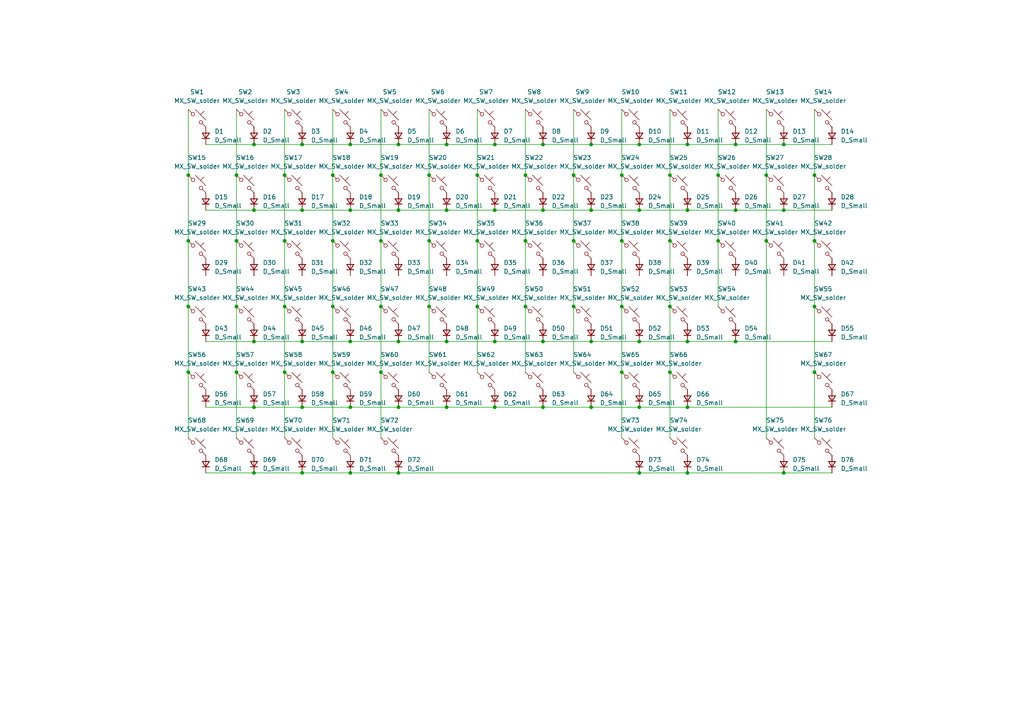
<source format=kicad_sch>
(kicad_sch (version 20211123) (generator eeschema)
  (paper "A4")
  (lib_symbols
    (symbol "Device:D_Small" (pin_numbers hide) (pin_names (offset 0.254) hide)
      (property "Reference" "D" (at -1.27 2.032 0))
      (property "Value" "D_Small" (at -3.81 -2.032 0))
      (symbol "D_Small_0_1"
        (polyline (pts (xy -0.762 -1.016) (xy -0.762 1.016)) (stroke (width 0.254)))
        (polyline (pts (xy -0.762 0) (xy 0.762 0)))
        (polyline (pts (xy 0.762 -1.016) (xy -0.762 0) (xy 0.762 1.016) (xy 0.762 -1.016)) (stroke (width 0.254)))
      )
      (symbol "D_Small_1_1"
        (pin passive line (at -2.54 0 0) (length 1.778) (name "K") (number "1"))
        (pin passive line (at 2.54 0 180) (length 1.778) (name "A") (number "2"))
      )
    )
    (symbol "marbastlib-mx:MX_SW_solder" (pin_numbers hide) (pin_names (offset 1.016) hide)
      (property "Reference" "SW" (at 3.048 1.016 0))
      (property "Value" "MX_SW_solder" (at 0 -3.81 0))
      (symbol "MX_SW_solder_0_1"
        (circle (center -1.1684 1.1684) (radius 0.508))
        (polyline (pts (xy -0.508 2.54) (xy 2.54 -0.508)))
        (polyline (pts (xy 1.016 1.016) (xy 2.032 2.032)))
        (polyline (pts (xy -2.54 2.54) (xy -1.524 1.524) (xy -1.524 1.524)))
        (polyline (pts (xy 1.524 -1.524) (xy 2.54 -2.54) (xy 2.54 -2.54) (xy 2.54 -2.54)))
        (circle (center 1.143 -1.1938) (radius 0.508))
        (pin passive line (at -2.54 2.54 0) (length 0) (name "1") (number "1"))
        (pin passive line (at 2.54 -2.54 180) (length 0) (name "2") (number "2"))
      )
    )
  )
  (junction (at 73.66 137.16))
  (junction (at 73.66 118.11))
  (junction (at 101.6 137.16))
  (junction (at 222.25 69.85))
  (junction (at 101.6 60.96))
  (junction (at 82.55 107.95))
  (junction (at 96.52 69.85))
  (junction (at 171.45 41.91))
  (junction (at 110.49 69.85))
  (junction (at 68.58 107.95))
  (junction (at 171.45 99.06))
  (junction (at 96.52 50.8))
  (junction (at 166.37 50.8))
  (junction (at 236.22 69.85))
  (junction (at 54.61 88.9))
  (junction (at 129.54 60.96))
  (junction (at 138.43 69.85))
  (junction (at 166.37 69.85))
  (junction (at 138.43 88.9))
  (junction (at 143.51 99.06))
  (junction (at 96.52 88.9))
  (junction (at 236.22 88.9))
  (junction (at 87.63 60.96))
  (junction (at 110.49 107.95))
  (junction (at 157.48 99.06))
  (junction (at 199.39 99.06))
  (junction (at 129.54 41.91))
  (junction (at 213.36 99.06))
  (junction (at 143.51 41.91))
  (junction (at 87.63 118.11))
  (junction (at 208.28 69.85))
  (junction (at 87.63 41.91))
  (junction (at 96.52 107.95))
  (junction (at 152.4 69.85))
  (junction (at 180.34 50.8))
  (junction (at 208.28 50.8))
  (junction (at 101.6 99.06))
  (junction (at 180.34 69.85))
  (junction (at 194.31 107.95))
  (junction (at 185.42 60.96))
  (junction (at 110.49 88.9))
  (junction (at 82.55 50.8))
  (junction (at 87.63 137.16))
  (junction (at 194.31 69.85))
  (junction (at 115.57 60.96))
  (junction (at 143.51 118.11))
  (junction (at 101.6 41.91))
  (junction (at 68.58 50.8))
  (junction (at 152.4 50.8))
  (junction (at 68.58 69.85))
  (junction (at 236.22 107.95))
  (junction (at 185.42 118.11))
  (junction (at 199.39 118.11))
  (junction (at 115.57 137.16))
  (junction (at 115.57 118.11))
  (junction (at 82.55 88.9))
  (junction (at 199.39 137.16))
  (junction (at 124.46 69.85))
  (junction (at 152.4 88.9))
  (junction (at 227.33 60.96))
  (junction (at 101.6 118.11))
  (junction (at 213.36 60.96))
  (junction (at 54.61 69.85))
  (junction (at 110.49 50.8))
  (junction (at 199.39 60.96))
  (junction (at 115.57 41.91))
  (junction (at 236.22 50.8))
  (junction (at 68.58 88.9))
  (junction (at 194.31 88.9))
  (junction (at 87.63 99.06))
  (junction (at 171.45 118.11))
  (junction (at 157.48 60.96))
  (junction (at 157.48 118.11))
  (junction (at 185.42 41.91))
  (junction (at 213.36 41.91))
  (junction (at 129.54 99.06))
  (junction (at 115.57 99.06))
  (junction (at 180.34 88.9))
  (junction (at 185.42 137.16))
  (junction (at 73.66 99.06))
  (junction (at 222.25 50.8))
  (junction (at 185.42 99.06))
  (junction (at 124.46 88.9))
  (junction (at 54.61 50.8))
  (junction (at 143.51 60.96))
  (junction (at 129.54 118.11))
  (junction (at 73.66 60.96))
  (junction (at 54.61 107.95))
  (junction (at 73.66 41.91))
  (junction (at 227.33 137.16))
  (junction (at 171.45 60.96))
  (junction (at 157.48 41.91))
  (junction (at 138.43 50.8))
  (junction (at 166.37 88.9))
  (junction (at 227.33 41.91))
  (junction (at 194.31 50.8))
  (junction (at 180.34 107.95))
  (junction (at 82.55 69.85))
  (junction (at 124.46 50.8))
  (junction (at 199.39 41.91))
  (wire (pts (xy 59.69 137.16) (xy 73.66 137.16)))
  (wire (pts (xy 143.51 60.96) (xy 157.48 60.96)))
  (wire (pts (xy 138.43 31.75) (xy 138.43 50.8)))
  (wire (pts (xy 199.39 60.96) (xy 213.36 60.96)))
  (wire (pts (xy 73.66 118.11) (xy 87.63 118.11)))
  (wire (pts (xy 227.33 60.96) (xy 241.3 60.96)))
  (wire (pts (xy 115.57 118.11) (xy 129.54 118.11)))
  (wire (pts (xy 236.22 107.95) (xy 236.22 127)))
  (wire (pts (xy 236.22 50.8) (xy 236.22 69.85)))
  (wire (pts (xy 110.49 69.85) (xy 110.49 88.9)))
  (wire (pts (xy 166.37 50.8) (xy 166.37 69.85)))
  (wire (pts (xy 59.69 118.11) (xy 73.66 118.11)))
  (wire (pts (xy 180.34 107.95) (xy 180.34 127)))
  (wire (pts (xy 194.31 50.8) (xy 194.31 69.85)))
  (wire (pts (xy 222.25 50.8) (xy 222.25 69.85)))
  (wire (pts (xy 87.63 41.91) (xy 101.6 41.91)))
  (wire (pts (xy 59.69 60.96) (xy 73.66 60.96)))
  (wire (pts (xy 87.63 137.16) (xy 101.6 137.16)))
  (wire (pts (xy 152.4 31.75) (xy 152.4 50.8)))
  (wire (pts (xy 236.22 88.9) (xy 236.22 107.95)))
  (wire (pts (xy 199.39 118.11) (xy 241.3 118.11)))
  (wire (pts (xy 54.61 107.95) (xy 54.61 127)))
  (wire (pts (xy 157.48 60.96) (xy 171.45 60.96)))
  (wire (pts (xy 96.52 50.8) (xy 96.52 69.85)))
  (wire (pts (xy 185.42 118.11) (xy 199.39 118.11)))
  (wire (pts (xy 110.49 107.95) (xy 110.49 127)))
  (wire (pts (xy 82.55 107.95) (xy 82.55 127)))
  (wire (pts (xy 54.61 31.75) (xy 54.61 50.8)))
  (wire (pts (xy 96.52 31.75) (xy 96.52 50.8)))
  (wire (pts (xy 129.54 118.11) (xy 143.51 118.11)))
  (wire (pts (xy 54.61 69.85) (xy 54.61 88.9)))
  (wire (pts (xy 213.36 41.91) (xy 227.33 41.91)))
  (wire (pts (xy 115.57 60.96) (xy 129.54 60.96)))
  (wire (pts (xy 185.42 99.06) (xy 199.39 99.06)))
  (wire (pts (xy 227.33 137.16) (xy 241.3 137.16)))
  (wire (pts (xy 129.54 41.91) (xy 143.51 41.91)))
  (wire (pts (xy 129.54 99.06) (xy 143.51 99.06)))
  (wire (pts (xy 96.52 69.85) (xy 96.52 88.9)))
  (wire (pts (xy 222.25 69.85) (xy 222.25 127)))
  (wire (pts (xy 138.43 50.8) (xy 138.43 69.85)))
  (wire (pts (xy 87.63 60.96) (xy 101.6 60.96)))
  (wire (pts (xy 124.46 88.9) (xy 124.46 107.95)))
  (wire (pts (xy 180.34 31.75) (xy 180.34 50.8)))
  (wire (pts (xy 157.48 118.11) (xy 171.45 118.11)))
  (wire (pts (xy 236.22 69.85) (xy 236.22 88.9)))
  (wire (pts (xy 68.58 31.75) (xy 68.58 50.8)))
  (wire (pts (xy 152.4 50.8) (xy 152.4 69.85)))
  (wire (pts (xy 143.51 99.06) (xy 157.48 99.06)))
  (wire (pts (xy 101.6 118.11) (xy 115.57 118.11)))
  (wire (pts (xy 213.36 60.96) (xy 227.33 60.96)))
  (wire (pts (xy 59.69 41.91) (xy 73.66 41.91)))
  (wire (pts (xy 208.28 69.85) (xy 208.28 88.9)))
  (wire (pts (xy 199.39 99.06) (xy 213.36 99.06)))
  (wire (pts (xy 143.51 118.11) (xy 157.48 118.11)))
  (wire (pts (xy 124.46 50.8) (xy 124.46 69.85)))
  (wire (pts (xy 68.58 107.95) (xy 68.58 127)))
  (wire (pts (xy 194.31 107.95) (xy 194.31 127)))
  (wire (pts (xy 171.45 118.11) (xy 185.42 118.11)))
  (wire (pts (xy 138.43 69.85) (xy 138.43 88.9)))
  (wire (pts (xy 208.28 50.8) (xy 208.28 69.85)))
  (wire (pts (xy 171.45 41.91) (xy 185.42 41.91)))
  (wire (pts (xy 185.42 60.96) (xy 199.39 60.96)))
  (wire (pts (xy 87.63 99.06) (xy 101.6 99.06)))
  (wire (pts (xy 73.66 99.06) (xy 87.63 99.06)))
  (wire (pts (xy 138.43 88.9) (xy 138.43 107.95)))
  (wire (pts (xy 82.55 88.9) (xy 82.55 107.95)))
  (wire (pts (xy 143.51 41.91) (xy 157.48 41.91)))
  (wire (pts (xy 96.52 107.95) (xy 96.52 127)))
  (wire (pts (xy 110.49 88.9) (xy 110.49 107.95)))
  (wire (pts (xy 73.66 41.91) (xy 87.63 41.91)))
  (wire (pts (xy 59.69 99.06) (xy 73.66 99.06)))
  (wire (pts (xy 199.39 41.91) (xy 213.36 41.91)))
  (wire (pts (xy 171.45 60.96) (xy 185.42 60.96)))
  (wire (pts (xy 96.52 88.9) (xy 96.52 107.95)))
  (wire (pts (xy 110.49 31.75) (xy 110.49 50.8)))
  (wire (pts (xy 185.42 41.91) (xy 199.39 41.91)))
  (wire (pts (xy 152.4 88.9) (xy 152.4 107.95)))
  (wire (pts (xy 82.55 50.8) (xy 82.55 69.85)))
  (wire (pts (xy 73.66 60.96) (xy 87.63 60.96)))
  (wire (pts (xy 166.37 31.75) (xy 166.37 50.8)))
  (wire (pts (xy 68.58 88.9) (xy 68.58 107.95)))
  (wire (pts (xy 157.48 99.06) (xy 171.45 99.06)))
  (wire (pts (xy 68.58 69.85) (xy 68.58 88.9)))
  (wire (pts (xy 68.58 50.8) (xy 68.58 69.85)))
  (wire (pts (xy 199.39 137.16) (xy 227.33 137.16)))
  (wire (pts (xy 194.31 31.75) (xy 194.31 50.8)))
  (wire (pts (xy 180.34 50.8) (xy 180.34 69.85)))
  (wire (pts (xy 236.22 31.75) (xy 236.22 50.8)))
  (wire (pts (xy 213.36 99.06) (xy 241.3 99.06)))
  (wire (pts (xy 185.42 137.16) (xy 199.39 137.16)))
  (wire (pts (xy 180.34 88.9) (xy 180.34 107.95)))
  (wire (pts (xy 129.54 60.96) (xy 143.51 60.96)))
  (wire (pts (xy 101.6 99.06) (xy 115.57 99.06)))
  (wire (pts (xy 101.6 137.16) (xy 115.57 137.16)))
  (wire (pts (xy 208.28 31.75) (xy 208.28 50.8)))
  (wire (pts (xy 171.45 99.06) (xy 185.42 99.06)))
  (wire (pts (xy 82.55 69.85) (xy 82.55 88.9)))
  (wire (pts (xy 194.31 88.9) (xy 194.31 107.95)))
  (wire (pts (xy 101.6 60.96) (xy 115.57 60.96)))
  (wire (pts (xy 115.57 99.06) (xy 129.54 99.06)))
  (wire (pts (xy 152.4 69.85) (xy 152.4 88.9)))
  (wire (pts (xy 101.6 41.91) (xy 115.57 41.91)))
  (wire (pts (xy 87.63 118.11) (xy 101.6 118.11)))
  (wire (pts (xy 194.31 69.85) (xy 194.31 88.9)))
  (wire (pts (xy 166.37 88.9) (xy 166.37 107.95)))
  (wire (pts (xy 54.61 50.8) (xy 54.61 69.85)))
  (wire (pts (xy 54.61 88.9) (xy 54.61 107.95)))
  (wire (pts (xy 166.37 69.85) (xy 166.37 88.9)))
  (wire (pts (xy 115.57 41.91) (xy 129.54 41.91)))
  (wire (pts (xy 110.49 50.8) (xy 110.49 69.85)))
  (wire (pts (xy 82.55 31.75) (xy 82.55 50.8)))
  (wire (pts (xy 222.25 31.75) (xy 222.25 50.8)))
  (wire (pts (xy 180.34 69.85) (xy 180.34 88.9)))
  (wire (pts (xy 115.57 137.16) (xy 185.42 137.16)))
  (wire (pts (xy 124.46 69.85) (xy 124.46 88.9)))
  (wire (pts (xy 124.46 31.75) (xy 124.46 50.8)))
  (wire (pts (xy 73.66 137.16) (xy 87.63 137.16)))
  (wire (pts (xy 227.33 41.91) (xy 241.3 41.91)))
  (wire (pts (xy 157.48 41.91) (xy 171.45 41.91)))
  (symbol (lib_id "Device:D_Small") (at 171.45 77.47 90) (unit 1)
    (property "Reference" "D37" (at 173.99 76.1999 90) (effects (justify right)))
    (property "Value" "D_Small" (at 173.99 78.7399 90) (effects (justify right)))
    (property "Footprint" "Diode_SMD:D_SOD-123" (effects hide))
  )
  (symbol (lib_id "Device:D_Small") (at 115.57 77.47 90) (unit 1)
    (property "Reference" "D33" (at 118.11 76.1999 90) (effects (justify right)))
    (property "Value" "D_Small" (at 118.11 78.7399 90) (effects (justify right)))
    (property "Footprint" "Diode_SMD:D_SOD-123" (effects hide))
  )
  (symbol (lib_id "Device:D_Small") (at 115.57 39.37 90) (unit 1)
    (property "Reference" "D5" (at 118.11 38.0999 90) (effects (justify right)))
    (property "Value" "D_Small" (at 118.11 40.6399 90) (effects (justify right)))
    (property "Footprint" "Diode_SMD:D_SOD-123" (effects hide))
  )
  (symbol (lib_id "marbastlib-mx:MX_SW_solder") (at 196.85 72.39 0) (unit 1)
    (property "Reference" "SW39" (at 196.85 64.77 0))
    (property "Value" "MX_SW_solder" (at 196.85 67.31 0))
    (property "Footprint" "marbastlib-mx:SW_MX_1u" (effects hide))
  )
  (symbol (lib_id "marbastlib-mx:MX_SW_solder") (at 196.85 129.54 0) (unit 1)
    (property "Reference" "SW74" (at 196.85 121.92 0))
    (property "Value" "MX_SW_solder" (at 196.85 124.46 0))
    (property "Footprint" "marbastlib-mx:SW_MX_1u" (effects hide))
  )
  (symbol (lib_id "Device:D_Small") (at 73.66 39.37 90) (unit 1)
    (property "Reference" "D2" (at 76.2 38.0999 90) (effects (justify right)))
    (property "Value" "D_Small" (at 76.2 40.6399 90) (effects (justify right)))
    (property "Footprint" "Diode_SMD:D_SOD-123" (effects hide))
  )
  (symbol (lib_id "marbastlib-mx:MX_SW_solder") (at 196.85 34.29 0) (unit 1)
    (property "Reference" "SW11" (at 196.85 26.67 0))
    (property "Value" "MX_SW_solder" (at 196.85 29.21 0))
    (property "Footprint" "marbastlib-mx:SW_MX_1u" (effects hide))
  )
  (symbol (lib_id "Device:D_Small") (at 157.48 77.47 90) (unit 1)
    (property "Reference" "D36" (at 160.02 76.1999 90) (effects (justify right)))
    (property "Value" "D_Small" (at 160.02 78.7399 90) (effects (justify right)))
    (property "Footprint" "Diode_SMD:D_SOD-123" (effects hide))
  )
  (symbol (lib_id "marbastlib-mx:MX_SW_solder") (at 113.03 53.34 0) (unit 1)
    (property "Reference" "SW19" (at 113.03 45.72 0))
    (property "Value" "MX_SW_solder" (at 113.03 48.26 0))
    (property "Footprint" "marbastlib-mx:SW_MX_1u" (effects hide))
  )
  (symbol (lib_id "marbastlib-mx:MX_SW_solder") (at 154.94 91.44 0) (unit 1)
    (property "Reference" "SW50" (at 154.94 83.82 0))
    (property "Value" "MX_SW_solder" (at 154.94 86.36 0))
    (property "Footprint" "marbastlib-mx:SW_MX_1u" (effects hide))
  )
  (symbol (lib_id "Device:D_Small") (at 73.66 134.62 90) (unit 1)
    (property "Reference" "D69" (at 76.2 133.3499 90) (effects (justify right)))
    (property "Value" "D_Small" (at 76.2 135.8899 90) (effects (justify right)))
    (property "Footprint" "Diode_SMD:D_SOD-123" (effects hide))
  )
  (symbol (lib_id "Device:D_Small") (at 73.66 77.47 90) (unit 1)
    (property "Reference" "D30" (at 76.2 76.1999 90) (effects (justify right)))
    (property "Value" "D_Small" (at 76.2 78.7399 90) (effects (justify right)))
    (property "Footprint" "Diode_SMD:D_SOD-123" (effects hide))
  )
  (symbol (lib_id "marbastlib-mx:MX_SW_solder") (at 57.15 91.44 0) (unit 1)
    (property "Reference" "SW43" (at 57.15 83.82 0))
    (property "Value" "MX_SW_solder" (at 57.15 86.36 0))
    (property "Footprint" "marbastlib-mx:SW_MX_1u" (effects hide))
  )
  (symbol (lib_id "Device:D_Small") (at 199.39 134.62 90) (unit 1)
    (property "Reference" "D74" (at 201.93 133.3499 90) (effects (justify right)))
    (property "Value" "D_Small" (at 201.93 135.8899 90) (effects (justify right)))
    (property "Footprint" "Diode_SMD:D_SOD-123" (effects hide))
  )
  (symbol (lib_id "marbastlib-mx:MX_SW_solder") (at 210.82 91.44 0) (unit 1)
    (property "Reference" "SW54" (at 210.82 83.82 0))
    (property "Value" "MX_SW_solder" (at 210.82 86.36 0))
    (property "Footprint" "marbastlib-mx:SW_MX_1u" (effects hide))
  )
  (symbol (lib_id "Device:D_Small") (at 59.69 115.57 90) (unit 1)
    (property "Reference" "D56" (at 62.23 114.2999 90) (effects (justify right)))
    (property "Value" "D_Small" (at 62.23 116.8399 90) (effects (justify right)))
    (property "Footprint" "Diode_SMD:D_SOD-123" (effects hide))
  )
  (symbol (lib_id "Device:D_Small") (at 143.51 58.42 90) (unit 1)
    (property "Reference" "D21" (at 146.05 57.1499 90) (effects (justify right)))
    (property "Value" "D_Small" (at 146.05 59.6899 90) (effects (justify right)))
    (property "Footprint" "Diode_SMD:D_SOD-123" (effects hide))
  )
  (symbol (lib_id "Device:D_Small") (at 199.39 115.57 90) (unit 1)
    (property "Reference" "D66" (at 201.93 114.2999 90) (effects (justify right)))
    (property "Value" "D_Small" (at 201.93 116.8399 90) (effects (justify right)))
    (property "Footprint" "Diode_SMD:D_SOD-123" (effects hide))
  )
  (symbol (lib_id "marbastlib-mx:MX_SW_solder") (at 85.09 129.54 0) (unit 1)
    (property "Reference" "SW70" (at 85.09 121.92 0))
    (property "Value" "MX_SW_solder" (at 85.09 124.46 0))
    (property "Footprint" "marbastlib-mx:SW_MX_1u" (effects hide))
  )
  (symbol (lib_id "marbastlib-mx:MX_SW_solder") (at 99.06 91.44 0) (unit 1)
    (property "Reference" "SW46" (at 99.06 83.82 0))
    (property "Value" "MX_SW_solder" (at 99.06 86.36 0))
    (property "Footprint" "marbastlib-mx:SW_MX_1u" (effects hide))
  )
  (symbol (lib_id "Device:D_Small") (at 87.63 134.62 90) (unit 1)
    (property "Reference" "D70" (at 90.17 133.3499 90) (effects (justify right)))
    (property "Value" "D_Small" (at 90.17 135.8899 90) (effects (justify right)))
    (property "Footprint" "Diode_SMD:D_SOD-123" (effects hide))
  )
  (symbol (lib_id "Device:D_Small") (at 213.36 77.47 90) (unit 1)
    (property "Reference" "D40" (at 215.9 76.1999 90) (effects (justify right)))
    (property "Value" "D_Small" (at 215.9 78.7399 90) (effects (justify right)))
    (property "Footprint" "Diode_SMD:D_SOD-123" (effects hide))
  )
  (symbol (lib_id "Device:D_Small") (at 241.3 134.62 90) (unit 1)
    (property "Reference" "D76" (at 243.84 133.3499 90) (effects (justify right)))
    (property "Value" "D_Small" (at 243.84 135.8899 90) (effects (justify right)))
    (property "Footprint" "Diode_SMD:D_SOD-123" (effects hide))
  )
  (symbol (lib_id "marbastlib-mx:MX_SW_solder") (at 85.09 91.44 0) (unit 1)
    (property "Reference" "SW45" (at 85.09 83.82 0))
    (property "Value" "MX_SW_solder" (at 85.09 86.36 0))
    (property "Footprint" "marbastlib-mx:SW_MX_1u" (effects hide))
  )
  (symbol (lib_id "marbastlib-mx:MX_SW_solder") (at 57.15 34.29 0) (unit 1)
    (property "Reference" "SW1" (at 57.15 26.67 0))
    (property "Value" "MX_SW_solder" (at 57.15 29.21 0))
    (property "Footprint" "marbastlib-mx:SW_MX_1u" (effects hide))
  )
  (symbol (lib_id "Device:D_Small") (at 73.66 96.52 90) (unit 1)
    (property "Reference" "D44" (at 76.2 95.2499 90) (effects (justify right)))
    (property "Value" "D_Small" (at 76.2 97.7899 90) (effects (justify right)))
    (property "Footprint" "Diode_SMD:D_SOD-123" (effects hide))
  )
  (symbol (lib_id "marbastlib-mx:MX_SW_solder") (at 85.09 110.49 0) (unit 1)
    (property "Reference" "SW58" (at 85.09 102.87 0))
    (property "Value" "MX_SW_solder" (at 85.09 105.41 0))
    (property "Footprint" "marbastlib-mx:SW_MX_1u" (effects hide))
  )
  (symbol (lib_id "Device:D_Small") (at 241.3 58.42 90) (unit 1)
    (property "Reference" "D28" (at 243.84 57.1499 90) (effects (justify right)))
    (property "Value" "D_Small" (at 243.84 59.6899 90) (effects (justify right)))
    (property "Footprint" "Diode_SMD:D_SOD-123" (effects hide))
  )
  (symbol (lib_id "marbastlib-mx:MX_SW_solder") (at 154.94 53.34 0) (unit 1)
    (property "Reference" "SW22" (at 154.94 45.72 0))
    (property "Value" "MX_SW_solder" (at 154.94 48.26 0))
    (property "Footprint" "marbastlib-mx:SW_MX_1u" (effects hide))
  )
  (symbol (lib_id "marbastlib-mx:MX_SW_solder") (at 154.94 72.39 0) (unit 1)
    (property "Reference" "SW36" (at 154.94 64.77 0))
    (property "Value" "MX_SW_solder" (at 154.94 67.31 0))
    (property "Footprint" "marbastlib-mx:SW_MX_1u" (effects hide))
  )
  (symbol (lib_id "marbastlib-mx:MX_SW_solder") (at 210.82 72.39 0) (unit 1)
    (property "Reference" "SW40" (at 210.82 64.77 0))
    (property "Value" "MX_SW_solder" (at 210.82 67.31 0))
    (property "Footprint" "marbastlib-mx:SW_MX_1u" (effects hide))
  )
  (symbol (lib_id "marbastlib-mx:MX_SW_solder") (at 71.12 53.34 0) (unit 1)
    (property "Reference" "SW16" (at 71.12 45.72 0))
    (property "Value" "MX_SW_solder" (at 71.12 48.26 0))
    (property "Footprint" "marbastlib-mx:SW_MX_1u" (effects hide))
  )
  (symbol (lib_id "marbastlib-mx:MX_SW_solder") (at 168.91 34.29 0) (unit 1)
    (property "Reference" "SW9" (at 168.91 26.67 0))
    (property "Value" "MX_SW_solder" (at 168.91 29.21 0))
    (property "Footprint" "marbastlib-mx:SW_MX_1u" (effects hide))
  )
  (symbol (lib_id "Device:D_Small") (at 101.6 115.57 90) (unit 1)
    (property "Reference" "D59" (at 104.14 114.2999 90) (effects (justify right)))
    (property "Value" "D_Small" (at 104.14 116.8399 90) (effects (justify right)))
    (property "Footprint" "Diode_SMD:D_SOD-123" (effects hide))
  )
  (symbol (lib_id "marbastlib-mx:MX_SW_solder") (at 182.88 34.29 0) (unit 1)
    (property "Reference" "SW10" (at 182.88 26.67 0))
    (property "Value" "MX_SW_solder" (at 182.88 29.21 0))
    (property "Footprint" "marbastlib-mx:SW_MX_1u" (effects hide))
  )
  (symbol (lib_id "Device:D_Small") (at 87.63 77.47 90) (unit 1)
    (property "Reference" "D31" (at 90.17 76.1999 90) (effects (justify right)))
    (property "Value" "D_Small" (at 90.17 78.7399 90) (effects (justify right)))
    (property "Footprint" "Diode_SMD:D_SOD-123" (effects hide))
  )
  (symbol (lib_id "Device:D_Small") (at 199.39 96.52 90) (unit 1)
    (property "Reference" "D53" (at 201.93 95.2499 90) (effects (justify right)))
    (property "Value" "D_Small" (at 201.93 97.7899 90) (effects (justify right)))
    (property "Footprint" "Diode_SMD:D_SOD-123" (effects hide))
  )
  (symbol (lib_id "Device:D_Small") (at 185.42 58.42 90) (unit 1)
    (property "Reference" "D24" (at 187.96 57.1499 90) (effects (justify right)))
    (property "Value" "D_Small" (at 187.96 59.6899 90) (effects (justify right)))
    (property "Footprint" "Diode_SMD:D_SOD-123" (effects hide))
  )
  (symbol (lib_id "Device:D_Small") (at 143.51 115.57 90) (unit 1)
    (property "Reference" "D62" (at 146.05 114.2999 90) (effects (justify right)))
    (property "Value" "D_Small" (at 146.05 116.8399 90) (effects (justify right)))
    (property "Footprint" "Diode_SMD:D_SOD-123" (effects hide))
  )
  (symbol (lib_id "marbastlib-mx:MX_SW_solder") (at 99.06 53.34 0) (unit 1)
    (property "Reference" "SW18" (at 99.06 45.72 0))
    (property "Value" "MX_SW_solder" (at 99.06 48.26 0))
    (property "Footprint" "marbastlib-mx:SW_MX_1u" (effects hide))
  )
  (symbol (lib_id "marbastlib-mx:MX_SW_solder") (at 182.88 91.44 0) (unit 1)
    (property "Reference" "SW52" (at 182.88 83.82 0))
    (property "Value" "MX_SW_solder" (at 182.88 86.36 0))
    (property "Footprint" "marbastlib-mx:SW_MX_1u" (effects hide))
  )
  (symbol (lib_id "marbastlib-mx:MX_SW_solder") (at 85.09 34.29 0) (unit 1)
    (property "Reference" "SW3" (at 85.09 26.67 0))
    (property "Value" "MX_SW_solder" (at 85.09 29.21 0))
    (property "Footprint" "marbastlib-mx:SW_MX_1u" (effects hide))
  )
  (symbol (lib_id "marbastlib-mx:MX_SW_solder") (at 113.03 72.39 0) (unit 1)
    (property "Reference" "SW33" (at 113.03 64.77 0))
    (property "Value" "MX_SW_solder" (at 113.03 67.31 0))
    (property "Footprint" "marbastlib-mx:SW_MX_1u" (effects hide))
  )
  (symbol (lib_id "Device:D_Small") (at 213.36 96.52 90) (unit 1)
    (property "Reference" "D54" (at 215.9 95.2499 90) (effects (justify right)))
    (property "Value" "D_Small" (at 215.9 97.7899 90) (effects (justify right)))
    (property "Footprint" "Diode_SMD:D_SOD-123" (effects hide))
  )
  (symbol (lib_id "Device:D_Small") (at 101.6 77.47 90) (unit 1)
    (property "Reference" "D32" (at 104.14 76.1999 90) (effects (justify right)))
    (property "Value" "D_Small" (at 104.14 78.7399 90) (effects (justify right)))
    (property "Footprint" "Diode_SMD:D_SOD-123" (effects hide))
  )
  (symbol (lib_id "Device:D_Small") (at 157.48 96.52 90) (unit 1)
    (property "Reference" "D50" (at 160.02 95.2499 90) (effects (justify right)))
    (property "Value" "D_Small" (at 160.02 97.7899 90) (effects (justify right)))
    (property "Footprint" "Diode_SMD:D_SOD-123" (effects hide))
  )
  (symbol (lib_id "marbastlib-mx:MX_SW_solder") (at 71.12 129.54 0) (unit 1)
    (property "Reference" "SW69" (at 71.12 121.92 0))
    (property "Value" "MX_SW_solder" (at 71.12 124.46 0))
    (property "Footprint" "marbastlib-mx:SW_MX_1u" (effects hide))
  )
  (symbol (lib_id "marbastlib-mx:MX_SW_solder") (at 238.76 53.34 0) (unit 1)
    (property "Reference" "SW28" (at 238.76 45.72 0))
    (property "Value" "MX_SW_solder" (at 238.76 48.26 0))
    (property "Footprint" "marbastlib-mx:SW_MX_1u" (effects hide))
  )
  (symbol (lib_id "marbastlib-mx:MX_SW_solder") (at 238.76 72.39 0) (unit 1)
    (property "Reference" "SW42" (at 238.76 64.77 0))
    (property "Value" "MX_SW_solder" (at 238.76 67.31 0))
    (property "Footprint" "marbastlib-mx:SW_MX_1u" (effects hide))
  )
  (symbol (lib_id "Device:D_Small") (at 87.63 96.52 90) (unit 1)
    (property "Reference" "D45" (at 90.17 95.2499 90) (effects (justify right)))
    (property "Value" "D_Small" (at 90.17 97.7899 90) (effects (justify right)))
    (property "Footprint" "Diode_SMD:D_SOD-123" (effects hide))
  )
  (symbol (lib_id "Device:D_Small") (at 87.63 58.42 90) (unit 1)
    (property "Reference" "D17" (at 90.17 57.1499 90) (effects (justify right)))
    (property "Value" "D_Small" (at 90.17 59.6899 90) (effects (justify right)))
    (property "Footprint" "Diode_SMD:D_SOD-123" (effects hide))
  )
  (symbol (lib_id "marbastlib-mx:MX_SW_solder") (at 127 34.29 0) (unit 1)
    (property "Reference" "SW6" (at 127 26.67 0))
    (property "Value" "MX_SW_solder" (at 127 29.21 0))
    (property "Footprint" "marbastlib-mx:SW_MX_1u" (effects hide))
  )
  (symbol (lib_id "marbastlib-mx:MX_SW_solder") (at 182.88 110.49 0) (unit 1)
    (property "Reference" "SW65" (at 182.88 102.87 0))
    (property "Value" "MX_SW_solder" (at 182.88 105.41 0))
    (property "Footprint" "marbastlib-mx:SW_MX_1u" (effects hide))
  )
  (symbol (lib_id "Device:D_Small") (at 101.6 39.37 90) (unit 1)
    (property "Reference" "D4" (at 104.14 38.0999 90) (effects (justify right)))
    (property "Value" "D_Small" (at 104.14 40.6399 90) (effects (justify right)))
    (property "Footprint" "Diode_SMD:D_SOD-123" (effects hide))
  )
  (symbol (lib_id "Device:D_Small") (at 59.69 39.37 90) (unit 1)
    (property "Reference" "D1" (at 62.23 38.0999 90) (effects (justify right)))
    (property "Value" "D_Small" (at 62.23 40.6399 90) (effects (justify right)))
    (property "Footprint" "Diode_SMD:D_SOD-123" (effects hide))
  )
  (symbol (lib_id "marbastlib-mx:MX_SW_solder") (at 168.91 110.49 0) (unit 1)
    (property "Reference" "SW64" (at 168.91 102.87 0))
    (property "Value" "MX_SW_solder" (at 168.91 105.41 0))
    (property "Footprint" "marbastlib-mx:SW_MX_1u" (effects hide))
  )
  (symbol (lib_id "Device:D_Small") (at 59.69 96.52 90) (unit 1)
    (property "Reference" "D43" (at 62.23 95.2499 90) (effects (justify right)))
    (property "Value" "D_Small" (at 62.23 97.7899 90) (effects (justify right)))
    (property "Footprint" "Diode_SMD:D_SOD-123" (effects hide))
  )
  (symbol (lib_id "Device:D_Small") (at 73.66 115.57 90) (unit 1)
    (property "Reference" "D57" (at 76.2 114.2999 90) (effects (justify right)))
    (property "Value" "D_Small" (at 76.2 116.8399 90) (effects (justify right)))
    (property "Footprint" "Diode_SMD:D_SOD-123" (effects hide))
  )
  (symbol (lib_id "Device:D_Small") (at 157.48 58.42 90) (unit 1)
    (property "Reference" "D22" (at 160.02 57.1499 90) (effects (justify right)))
    (property "Value" "D_Small" (at 160.02 59.6899 90) (effects (justify right)))
    (property "Footprint" "Diode_SMD:D_SOD-123" (effects hide))
  )
  (symbol (lib_id "Device:D_Small") (at 227.33 77.47 90) (unit 1)
    (property "Reference" "D41" (at 229.87 76.1999 90) (effects (justify right)))
    (property "Value" "D_Small" (at 229.87 78.7399 90) (effects (justify right)))
    (property "Footprint" "Diode_SMD:D_SOD-123" (effects hide))
  )
  (symbol (lib_id "Device:D_Small") (at 157.48 115.57 90) (unit 1)
    (property "Reference" "D63" (at 160.02 114.2999 90) (effects (justify right)))
    (property "Value" "D_Small" (at 160.02 116.8399 90) (effects (justify right)))
    (property "Footprint" "Diode_SMD:D_SOD-123" (effects hide))
  )
  (symbol (lib_id "Device:D_Small") (at 73.66 58.42 90) (unit 1)
    (property "Reference" "D16" (at 76.2 57.1499 90) (effects (justify right)))
    (property "Value" "D_Small" (at 76.2 59.6899 90) (effects (justify right)))
    (property "Footprint" "Diode_SMD:D_SOD-123" (effects hide))
  )
  (symbol (lib_id "marbastlib-mx:MX_SW_solder") (at 71.12 72.39 0) (unit 1)
    (property "Reference" "SW30" (at 71.12 64.77 0))
    (property "Value" "MX_SW_solder" (at 71.12 67.31 0))
    (property "Footprint" "marbastlib-mx:SW_MX_1u" (effects hide))
  )
  (symbol (lib_id "marbastlib-mx:MX_SW_solder") (at 127 110.49 0) (unit 1)
    (property "Reference" "SW61" (at 127 102.87 0))
    (property "Value" "MX_SW_solder" (at 127 105.41 0))
    (property "Footprint" "marbastlib-mx:SW_MX_1u" (effects hide))
  )
  (symbol (lib_id "Device:D_Small") (at 129.54 39.37 90) (unit 1)
    (property "Reference" "D6" (at 132.08 38.0999 90) (effects (justify right)))
    (property "Value" "D_Small" (at 132.08 40.6399 90) (effects (justify right)))
    (property "Footprint" "Diode_SMD:D_SOD-123" (effects hide))
  )
  (symbol (lib_id "marbastlib-mx:MX_SW_solder") (at 113.03 110.49 0) (unit 1)
    (property "Reference" "SW60" (at 113.03 102.87 0))
    (property "Value" "MX_SW_solder" (at 113.03 105.41 0))
    (property "Footprint" "marbastlib-mx:SW_MX_1u" (effects hide))
  )
  (symbol (lib_id "Device:D_Small") (at 199.39 77.47 90) (unit 1)
    (property "Reference" "D39" (at 201.93 76.1999 90) (effects (justify right)))
    (property "Value" "D_Small" (at 201.93 78.7399 90) (effects (justify right)))
    (property "Footprint" "Diode_SMD:D_SOD-123" (effects hide))
  )
  (symbol (lib_id "Device:D_Small") (at 171.45 39.37 90) (unit 1)
    (property "Reference" "D9" (at 173.99 38.0999 90) (effects (justify right)))
    (property "Value" "D_Small" (at 173.99 40.6399 90) (effects (justify right)))
    (property "Footprint" "Diode_SMD:D_SOD-123" (effects hide))
  )
  (symbol (lib_id "marbastlib-mx:MX_SW_solder") (at 238.76 91.44 0) (unit 1)
    (property "Reference" "SW55" (at 238.76 83.82 0))
    (property "Value" "MX_SW_solder" (at 238.76 86.36 0))
    (property "Footprint" "marbastlib-mx:SW_MX_1u" (effects hide))
  )
  (symbol (lib_id "marbastlib-mx:MX_SW_solder") (at 168.91 53.34 0) (unit 1)
    (property "Reference" "SW23" (at 168.91 45.72 0))
    (property "Value" "MX_SW_solder" (at 168.91 48.26 0))
    (property "Footprint" "marbastlib-mx:SW_MX_1u" (effects hide))
  )
  (symbol (lib_id "Device:D_Small") (at 115.57 96.52 90) (unit 1)
    (property "Reference" "D47" (at 118.11 95.2499 90) (effects (justify right)))
    (property "Value" "D_Small" (at 118.11 97.7899 90) (effects (justify right)))
    (property "Footprint" "Diode_SMD:D_SOD-123" (effects hide))
  )
  (symbol (lib_id "marbastlib-mx:MX_SW_solder") (at 154.94 34.29 0) (unit 1)
    (property "Reference" "SW8" (at 154.94 26.67 0))
    (property "Value" "MX_SW_solder" (at 154.94 29.21 0))
    (property "Footprint" "marbastlib-mx:SW_MX_1u" (effects hide))
  )
  (symbol (lib_id "Device:D_Small") (at 87.63 39.37 90) (unit 1)
    (property "Reference" "D3" (at 90.17 38.0999 90) (effects (justify right)))
    (property "Value" "D_Small" (at 90.17 40.6399 90) (effects (justify right)))
    (property "Footprint" "Diode_SMD:D_SOD-123" (effects hide))
  )
  (symbol (lib_id "marbastlib-mx:MX_SW_solder") (at 182.88 72.39 0) (unit 1)
    (property "Reference" "SW38" (at 182.88 64.77 0))
    (property "Value" "MX_SW_solder" (at 182.88 67.31 0))
    (property "Footprint" "marbastlib-mx:SW_MX_1u" (effects hide))
  )
  (symbol (lib_id "Device:D_Small") (at 59.69 58.42 90) (unit 1)
    (property "Reference" "D15" (at 62.23 57.1499 90) (effects (justify right)))
    (property "Value" "D_Small" (at 62.23 59.6899 90) (effects (justify right)))
    (property "Footprint" "Diode_SMD:D_SOD-123" (effects hide))
  )
  (symbol (lib_id "marbastlib-mx:MX_SW_solder") (at 57.15 129.54 0) (unit 1)
    (property "Reference" "SW68" (at 57.15 121.92 0))
    (property "Value" "MX_SW_solder" (at 57.15 124.46 0))
    (property "Footprint" "marbastlib-mx:SW_MX_1u" (effects hide))
  )
  (symbol (lib_id "Device:D_Small") (at 185.42 39.37 90) (unit 1)
    (property "Reference" "D10" (at 187.96 38.0999 90) (effects (justify right)))
    (property "Value" "D_Small" (at 187.96 40.6399 90) (effects (justify right)))
    (property "Footprint" "Diode_SMD:D_SOD-123" (effects hide))
  )
  (symbol (lib_id "marbastlib-mx:MX_SW_solder") (at 127 72.39 0) (unit 1)
    (property "Reference" "SW34" (at 127 64.77 0))
    (property "Value" "MX_SW_solder" (at 127 67.31 0))
    (property "Footprint" "marbastlib-mx:SW_MX_1u" (effects hide))
  )
  (symbol (lib_id "Device:D_Small") (at 185.42 96.52 90) (unit 1)
    (property "Reference" "D52" (at 187.96 95.2499 90) (effects (justify right)))
    (property "Value" "D_Small" (at 187.96 97.7899 90) (effects (justify right)))
    (property "Footprint" "Diode_SMD:D_SOD-123" (effects hide))
  )
  (symbol (lib_id "Device:D_Small") (at 185.42 115.57 90) (unit 1)
    (property "Reference" "D65" (at 187.96 114.2999 90) (effects (justify right)))
    (property "Value" "D_Small" (at 187.96 116.8399 90) (effects (justify right)))
    (property "Footprint" "Diode_SMD:D_SOD-123" (effects hide))
  )
  (symbol (lib_id "marbastlib-mx:MX_SW_solder") (at 113.03 129.54 0) (unit 1)
    (property "Reference" "SW72" (at 113.03 121.92 0))
    (property "Value" "MX_SW_solder" (at 113.03 124.46 0))
    (property "Footprint" "marbastlib-mx:SW_MX_1u" (effects hide))
  )
  (symbol (lib_id "Device:D_Small") (at 101.6 58.42 90) (unit 1)
    (property "Reference" "D18" (at 104.14 57.1499 90) (effects (justify right)))
    (property "Value" "D_Small" (at 104.14 59.6899 90) (effects (justify right)))
    (property "Footprint" "Diode_SMD:D_SOD-123" (effects hide))
  )
  (symbol (lib_id "Device:D_Small") (at 101.6 96.52 90) (unit 1)
    (property "Reference" "D46" (at 104.14 95.2499 90) (effects (justify right)))
    (property "Value" "D_Small" (at 104.14 97.7899 90) (effects (justify right)))
    (property "Footprint" "Diode_SMD:D_SOD-123" (effects hide))
  )
  (symbol (lib_id "Device:D_Small") (at 59.69 134.62 90) (unit 1)
    (property "Reference" "D68" (at 62.23 133.3499 90) (effects (justify right)))
    (property "Value" "D_Small" (at 62.23 135.8899 90) (effects (justify right)))
    (property "Footprint" "Diode_SMD:D_SOD-123" (effects hide))
  )
  (symbol (lib_id "Device:D_Small") (at 129.54 96.52 90) (unit 1)
    (property "Reference" "D48" (at 132.08 95.2499 90) (effects (justify right)))
    (property "Value" "D_Small" (at 132.08 97.7899 90) (effects (justify right)))
    (property "Footprint" "Diode_SMD:D_SOD-123" (effects hide))
  )
  (symbol (lib_id "Device:D_Small") (at 129.54 58.42 90) (unit 1)
    (property "Reference" "D20" (at 132.08 57.1499 90) (effects (justify right)))
    (property "Value" "D_Small" (at 132.08 59.6899 90) (effects (justify right)))
    (property "Footprint" "Diode_SMD:D_SOD-123" (effects hide))
  )
  (symbol (lib_id "marbastlib-mx:MX_SW_solder") (at 113.03 91.44 0) (unit 1)
    (property "Reference" "SW47" (at 113.03 83.82 0))
    (property "Value" "MX_SW_solder" (at 113.03 86.36 0))
    (property "Footprint" "marbastlib-mx:SW_MX_1u" (effects hide))
  )
  (symbol (lib_id "Device:D_Small") (at 101.6 134.62 90) (unit 1)
    (property "Reference" "D71" (at 104.14 133.3499 90) (effects (justify right)))
    (property "Value" "D_Small" (at 104.14 135.8899 90) (effects (justify right)))
    (property "Footprint" "Diode_SMD:D_SOD-123" (effects hide))
  )
  (symbol (lib_id "marbastlib-mx:MX_SW_solder") (at 85.09 72.39 0) (unit 1)
    (property "Reference" "SW31" (at 85.09 64.77 0))
    (property "Value" "MX_SW_solder" (at 85.09 67.31 0))
    (property "Footprint" "marbastlib-mx:SW_MX_1u" (effects hide))
  )
  (symbol (lib_id "marbastlib-mx:MX_SW_solder") (at 99.06 34.29 0) (unit 1)
    (property "Reference" "SW4" (at 99.06 26.67 0))
    (property "Value" "MX_SW_solder" (at 99.06 29.21 0))
    (property "Footprint" "marbastlib-mx:SW_MX_1u" (effects hide))
  )
  (symbol (lib_id "marbastlib-mx:MX_SW_solder") (at 140.97 72.39 0) (unit 1)
    (property "Reference" "SW35" (at 140.97 64.77 0))
    (property "Value" "MX_SW_solder" (at 140.97 67.31 0))
    (property "Footprint" "marbastlib-mx:SW_MX_1u" (effects hide))
  )
  (symbol (lib_id "marbastlib-mx:MX_SW_solder") (at 140.97 91.44 0) (unit 1)
    (property "Reference" "SW49" (at 140.97 83.82 0))
    (property "Value" "MX_SW_solder" (at 140.97 86.36 0))
    (property "Footprint" "marbastlib-mx:SW_MX_1u" (effects hide))
  )
  (symbol (lib_id "Device:D_Small") (at 241.3 77.47 90) (unit 1)
    (property "Reference" "D42" (at 243.84 76.1999 90) (effects (justify right)))
    (property "Value" "D_Small" (at 243.84 78.7399 90) (effects (justify right)))
    (property "Footprint" "Diode_SMD:D_SOD-123" (effects hide))
  )
  (symbol (lib_id "marbastlib-mx:MX_SW_solder") (at 196.85 91.44 0) (unit 1)
    (property "Reference" "SW53" (at 196.85 83.82 0))
    (property "Value" "MX_SW_solder" (at 196.85 86.36 0))
    (property "Footprint" "marbastlib-mx:SW_MX_1u" (effects hide))
  )
  (symbol (lib_id "marbastlib-mx:MX_SW_solder") (at 224.79 34.29 0) (unit 1)
    (property "Reference" "SW13" (at 224.79 26.67 0))
    (property "Value" "MX_SW_solder" (at 224.79 29.21 0))
    (property "Footprint" "marbastlib-mx:SW_MX_1u" (effects hide))
  )
  (symbol (lib_id "Device:D_Small") (at 199.39 58.42 90) (unit 1)
    (property "Reference" "D25" (at 201.93 57.1499 90) (effects (justify right)))
    (property "Value" "D_Small" (at 201.93 59.6899 90) (effects (justify right)))
    (property "Footprint" "Diode_SMD:D_SOD-123" (effects hide))
  )
  (symbol (lib_id "Device:D_Small") (at 143.51 39.37 90) (unit 1)
    (property "Reference" "D7" (at 146.05 38.0999 90) (effects (justify right)))
    (property "Value" "D_Small" (at 146.05 40.6399 90) (effects (justify right)))
    (property "Footprint" "Diode_SMD:D_SOD-123" (effects hide))
  )
  (symbol (lib_id "marbastlib-mx:MX_SW_solder") (at 85.09 53.34 0) (unit 1)
    (property "Reference" "SW17" (at 85.09 45.72 0))
    (property "Value" "MX_SW_solder" (at 85.09 48.26 0))
    (property "Footprint" "marbastlib-mx:SW_MX_1u" (effects hide))
  )
  (symbol (lib_id "marbastlib-mx:MX_SW_solder") (at 196.85 110.49 0) (unit 1)
    (property "Reference" "SW66" (at 196.85 102.87 0))
    (property "Value" "MX_SW_solder" (at 196.85 105.41 0))
    (property "Footprint" "marbastlib-mx:SW_MX_1u" (effects hide))
  )
  (symbol (lib_id "marbastlib-mx:MX_SW_solder") (at 57.15 110.49 0) (unit 1)
    (property "Reference" "SW56" (at 57.15 102.87 0))
    (property "Value" "MX_SW_solder" (at 57.15 105.41 0))
    (property "Footprint" "marbastlib-mx:SW_MX_1u" (effects hide))
  )
  (symbol (lib_id "Device:D_Small") (at 241.3 96.52 90) (unit 1)
    (property "Reference" "D55" (at 243.84 95.2499 90) (effects (justify right)))
    (property "Value" "D_Small" (at 243.84 97.7899 90) (effects (justify right)))
    (property "Footprint" "Diode_SMD:D_SOD-123" (effects hide))
  )
  (symbol (lib_id "Device:D_Small") (at 115.57 134.62 90) (unit 1)
    (property "Reference" "D72" (at 118.11 133.3499 90) (effects (justify right)))
    (property "Value" "D_Small" (at 118.11 135.8899 90) (effects (justify right)))
    (property "Footprint" "Diode_SMD:D_SOD-123" (effects hide))
  )
  (symbol (lib_id "marbastlib-mx:MX_SW_solder") (at 71.12 110.49 0) (unit 1)
    (property "Reference" "SW57" (at 71.12 102.87 0))
    (property "Value" "MX_SW_solder" (at 71.12 105.41 0))
    (property "Footprint" "marbastlib-mx:SW_MX_1u" (effects hide))
  )
  (symbol (lib_id "marbastlib-mx:MX_SW_solder") (at 99.06 110.49 0) (unit 1)
    (property "Reference" "SW59" (at 99.06 102.87 0))
    (property "Value" "MX_SW_solder" (at 99.06 105.41 0))
    (property "Footprint" "marbastlib-mx:SW_MX_1u" (effects hide))
  )
  (symbol (lib_id "marbastlib-mx:MX_SW_solder") (at 71.12 34.29 0) (unit 1)
    (property "Reference" "SW2" (at 71.12 26.67 0))
    (property "Value" "MX_SW_solder" (at 71.12 29.21 0))
    (property "Footprint" "marbastlib-mx:SW_MX_1u" (effects hide))
  )
  (symbol (lib_id "Device:D_Small") (at 87.63 115.57 90) (unit 1)
    (property "Reference" "D58" (at 90.17 114.2999 90) (effects (justify right)))
    (property "Value" "D_Small" (at 90.17 116.8399 90) (effects (justify right)))
    (property "Footprint" "Diode_SMD:D_SOD-123" (effects hide))
  )
  (symbol (lib_id "marbastlib-mx:MX_SW_solder") (at 182.88 129.54 0) (unit 1)
    (property "Reference" "SW73" (at 182.88 121.92 0))
    (property "Value" "MX_SW_solder" (at 182.88 124.46 0))
    (property "Footprint" "marbastlib-mx:SW_MX_1u" (effects hide))
  )
  (symbol (lib_id "marbastlib-mx:MX_SW_solder") (at 140.97 110.49 0) (unit 1)
    (property "Reference" "SW62" (at 140.97 102.87 0))
    (property "Value" "MX_SW_solder" (at 140.97 105.41 0))
    (property "Footprint" "marbastlib-mx:SW_MX_1u" (effects hide))
  )
  (symbol (lib_id "marbastlib-mx:MX_SW_solder") (at 224.79 129.54 0) (unit 1)
    (property "Reference" "SW75" (at 224.79 121.92 0))
    (property "Value" "MX_SW_solder" (at 224.79 124.46 0))
    (property "Footprint" "marbastlib-mx:SW_MX_1u" (effects hide))
  )
  (symbol (lib_id "marbastlib-mx:MX_SW_solder") (at 140.97 34.29 0) (unit 1)
    (property "Reference" "SW7" (at 140.97 26.67 0))
    (property "Value" "MX_SW_solder" (at 140.97 29.21 0))
    (property "Footprint" "marbastlib-mx:SW_MX_1u" (effects hide))
  )
  (symbol (lib_id "Device:D_Small") (at 227.33 134.62 90) (unit 1)
    (property "Reference" "D75" (at 229.87 133.3499 90) (effects (justify right)))
    (property "Value" "D_Small" (at 229.87 135.8899 90) (effects (justify right)))
    (property "Footprint" "Diode_SMD:D_SOD-123" (effects hide))
  )
  (symbol (lib_id "Device:D_Small") (at 171.45 115.57 90) (unit 1)
    (property "Reference" "D64" (at 173.99 114.2999 90) (effects (justify right)))
    (property "Value" "D_Small" (at 173.99 116.8399 90) (effects (justify right)))
    (property "Footprint" "Diode_SMD:D_SOD-123" (effects hide))
  )
  (symbol (lib_id "Device:D_Small") (at 213.36 39.37 90) (unit 1)
    (property "Reference" "D12" (at 215.9 38.0999 90) (effects (justify right)))
    (property "Value" "D_Small" (at 215.9 40.6399 90) (effects (justify right)))
    (property "Footprint" "Diode_SMD:D_SOD-123" (effects hide))
  )
  (symbol (lib_id "Device:D_Small") (at 199.39 39.37 90) (unit 1)
    (property "Reference" "D11" (at 201.93 38.0999 90) (effects (justify right)))
    (property "Value" "D_Small" (at 201.93 40.6399 90) (effects (justify right)))
    (property "Footprint" "Diode_SMD:D_SOD-123" (effects hide))
  )
  (symbol (lib_id "Device:D_Small") (at 115.57 115.57 90) (unit 1)
    (property "Reference" "D60" (at 118.11 114.2999 90) (effects (justify right)))
    (property "Value" "D_Small" (at 118.11 116.8399 90) (effects (justify right)))
    (property "Footprint" "Diode_SMD:D_SOD-123" (effects hide))
  )
  (symbol (lib_id "marbastlib-mx:MX_SW_solder") (at 238.76 129.54 0) (unit 1)
    (property "Reference" "SW76" (at 238.76 121.92 0))
    (property "Value" "MX_SW_solder" (at 238.76 124.46 0))
    (property "Footprint" "marbastlib-mx:SW_MX_1u" (effects hide))
  )
  (symbol (lib_id "marbastlib-mx:MX_SW_solder") (at 182.88 53.34 0) (unit 1)
    (property "Reference" "SW24" (at 182.88 45.72 0))
    (property "Value" "MX_SW_solder" (at 182.88 48.26 0))
    (property "Footprint" "marbastlib-mx:SW_MX_1u" (effects hide))
  )
  (symbol (lib_id "Device:D_Small") (at 171.45 58.42 90) (unit 1)
    (property "Reference" "D23" (at 173.99 57.1499 90) (effects (justify right)))
    (property "Value" "D_Small" (at 173.99 59.6899 90) (effects (justify right)))
    (property "Footprint" "Diode_SMD:D_SOD-123" (effects hide))
  )
  (symbol (lib_id "Device:D_Small") (at 143.51 96.52 90) (unit 1)
    (property "Reference" "D49" (at 146.05 95.2499 90) (effects (justify right)))
    (property "Value" "D_Small" (at 146.05 97.7899 90) (effects (justify right)))
    (property "Footprint" "Diode_SMD:D_SOD-123" (effects hide))
  )
  (symbol (lib_id "marbastlib-mx:MX_SW_solder") (at 210.82 34.29 0) (unit 1)
    (property "Reference" "SW12" (at 210.82 26.67 0))
    (property "Value" "MX_SW_solder" (at 210.82 29.21 0))
    (property "Footprint" "marbastlib-mx:SW_MX_1u" (effects hide))
  )
  (symbol (lib_id "marbastlib-mx:MX_SW_solder") (at 168.91 72.39 0) (unit 1)
    (property "Reference" "SW37" (at 168.91 64.77 0))
    (property "Value" "MX_SW_solder" (at 168.91 67.31 0))
    (property "Footprint" "marbastlib-mx:SW_MX_1u" (effects hide))
  )
  (symbol (lib_id "marbastlib-mx:MX_SW_solder") (at 71.12 91.44 0) (unit 1)
    (property "Reference" "SW44" (at 71.12 83.82 0))
    (property "Value" "MX_SW_solder" (at 71.12 86.36 0))
    (property "Footprint" "marbastlib-mx:SW_MX_1u" (effects hide))
  )
  (symbol (lib_id "marbastlib-mx:MX_SW_solder") (at 224.79 53.34 0) (unit 1)
    (property "Reference" "SW27" (at 224.79 45.72 0))
    (property "Value" "MX_SW_solder" (at 224.79 48.26 0))
    (property "Footprint" "marbastlib-mx:SW_MX_1u" (effects hide))
  )
  (symbol (lib_id "marbastlib-mx:MX_SW_solder") (at 238.76 34.29 0) (unit 1)
    (property "Reference" "SW14" (at 238.76 26.67 0))
    (property "Value" "MX_SW_solder" (at 238.76 29.21 0))
    (property "Footprint" "marbastlib-mx:SW_MX_1u" (effects hide))
  )
  (symbol (lib_id "marbastlib-mx:MX_SW_solder") (at 127 53.34 0) (unit 1)
    (property "Reference" "SW20" (at 127 45.72 0))
    (property "Value" "MX_SW_solder" (at 127 48.26 0))
    (property "Footprint" "marbastlib-mx:SW_MX_1u" (effects hide))
  )
  (symbol (lib_id "marbastlib-mx:MX_SW_solder") (at 196.85 53.34 0) (unit 1)
    (property "Reference" "SW25" (at 196.85 45.72 0))
    (property "Value" "MX_SW_solder" (at 196.85 48.26 0))
    (property "Footprint" "marbastlib-mx:SW_MX_1u" (effects hide))
  )
  (symbol (lib_id "marbastlib-mx:MX_SW_solder") (at 99.06 72.39 0) (unit 1)
    (property "Reference" "SW32" (at 99.06 64.77 0))
    (property "Value" "MX_SW_solder" (at 99.06 67.31 0))
    (property "Footprint" "marbastlib-mx:SW_MX_1u" (effects hide))
  )
  (symbol (lib_id "marbastlib-mx:MX_SW_solder") (at 210.82 53.34 0) (unit 1)
    (property "Reference" "SW26" (at 210.82 45.72 0))
    (property "Value" "MX_SW_solder" (at 210.82 48.26 0))
    (property "Footprint" "marbastlib-mx:SW_MX_1u" (effects hide))
  )
  (symbol (lib_id "marbastlib-mx:MX_SW_solder") (at 238.76 110.49 0) (unit 1)
    (property "Reference" "SW67" (at 238.76 102.87 0))
    (property "Value" "MX_SW_solder" (at 238.76 105.41 0))
    (property "Footprint" "marbastlib-mx:SW_MX_1u" (effects hide))
  )
  (symbol (lib_id "Device:D_Small") (at 241.3 115.57 90) (unit 1)
    (property "Reference" "D67" (at 243.84 114.2999 90) (effects (justify right)))
    (property "Value" "D_Small" (at 243.84 116.8399 90) (effects (justify right)))
    (property "Footprint" "Diode_SMD:D_SOD-123" (effects hide))
  )
  (symbol (lib_id "marbastlib-mx:MX_SW_solder") (at 224.79 72.39 0) (unit 1)
    (property "Reference" "SW41" (at 224.79 64.77 0))
    (property "Value" "MX_SW_solder" (at 224.79 67.31 0))
    (property "Footprint" "marbastlib-mx:SW_MX_1u" (effects hide))
  )
  (symbol (lib_id "marbastlib-mx:MX_SW_solder") (at 154.94 110.49 0) (unit 1)
    (property "Reference" "SW63" (at 154.94 102.87 0))
    (property "Value" "MX_SW_solder" (at 154.94 105.41 0))
    (property "Footprint" "marbastlib-mx:SW_MX_1u" (effects hide))
  )
  (symbol (lib_id "marbastlib-mx:MX_SW_solder") (at 57.15 72.39 0) (unit 1)
    (property "Reference" "SW29" (at 57.15 64.77 0))
    (property "Value" "MX_SW_solder" (at 57.15 67.31 0))
    (property "Footprint" "marbastlib-mx:SW_MX_1u" (effects hide))
  )
  (symbol (lib_id "Device:D_Small") (at 241.3 39.37 90) (unit 1)
    (property "Reference" "D14" (at 243.84 38.0999 90) (effects (justify right)))
    (property "Value" "D_Small" (at 243.84 40.6399 90) (effects (justify right)))
    (property "Footprint" "Diode_SMD:D_SOD-123" (effects hide))
  )
  (symbol (lib_id "Device:D_Small") (at 227.33 39.37 90) (unit 1)
    (property "Reference" "D13" (at 229.87 38.0999 90) (effects (justify right)))
    (property "Value" "D_Small" (at 229.87 40.6399 90) (effects (justify right)))
    (property "Footprint" "Diode_SMD:D_SOD-123" (effects hide))
  )
  (symbol (lib_id "Device:D_Small") (at 157.48 39.37 90) (unit 1)
    (property "Reference" "D8" (at 160.02 38.0999 90) (effects (justify right)))
    (property "Value" "D_Small" (at 160.02 40.6399 90) (effects (justify right)))
    (property "Footprint" "Diode_SMD:D_SOD-123" (effects hide))
  )
  (symbol (lib_id "Device:D_Small") (at 227.33 58.42 90) (unit 1)
    (property "Reference" "D27" (at 229.87 57.1499 90) (effects (justify right)))
    (property "Value" "D_Small" (at 229.87 59.6899 90) (effects (justify right)))
    (property "Footprint" "Diode_SMD:D_SOD-123" (effects hide))
  )
  (symbol (lib_id "Device:D_Small") (at 143.51 77.47 90) (unit 1)
    (property "Reference" "D35" (at 146.05 76.1999 90) (effects (justify right)))
    (property "Value" "D_Small" (at 146.05 78.7399 90) (effects (justify right)))
    (property "Footprint" "Diode_SMD:D_SOD-123" (effects hide))
  )
  (symbol (lib_id "Device:D_Small") (at 115.57 58.42 90) (unit 1)
    (property "Reference" "D19" (at 118.11 57.1499 90) (effects (justify right)))
    (property "Value" "D_Small" (at 118.11 59.6899 90) (effects (justify right)))
    (property "Footprint" "Diode_SMD:D_SOD-123" (effects hide))
  )
  (symbol (lib_id "Device:D_Small") (at 129.54 77.47 90) (unit 1)
    (property "Reference" "D34" (at 132.08 76.1999 90) (effects (justify right)))
    (property "Value" "D_Small" (at 132.08 78.7399 90) (effects (justify right)))
    (property "Footprint" "Diode_SMD:D_SOD-123" (effects hide))
  )
  (symbol (lib_id "marbastlib-mx:MX_SW_solder") (at 168.91 91.44 0) (unit 1)
    (property "Reference" "SW51" (at 168.91 83.82 0))
    (property "Value" "MX_SW_solder" (at 168.91 86.36 0))
    (property "Footprint" "marbastlib-mx:SW_MX_1u" (effects hide))
  )
  (symbol (lib_id "marbastlib-mx:MX_SW_solder") (at 99.06 129.54 0) (unit 1)
    (property "Reference" "SW71" (at 99.06 121.92 0))
    (property "Value" "MX_SW_solder" (at 99.06 124.46 0))
    (property "Footprint" "marbastlib-mx:SW_MX_1u" (effects hide))
  )
  (symbol (lib_id "marbastlib-mx:MX_SW_solder") (at 57.15 53.34 0) (unit 1)
    (property "Reference" "SW15" (at 57.15 45.72 0))
    (property "Value" "MX_SW_solder" (at 57.15 48.26 0))
    (property "Footprint" "marbastlib-mx:SW_MX_1u" (effects hide))
  )
  (symbol (lib_id "Device:D_Small") (at 185.42 134.62 90) (unit 1)
    (property "Reference" "D73" (at 187.96 133.3499 90) (effects (justify right)))
    (property "Value" "D_Small" (at 187.96 135.8899 90) (effects (justify right)))
    (property "Footprint" "Diode_SMD:D_SOD-123" (effects hide))
  )
  (symbol (lib_id "marbastlib-mx:MX_SW_solder") (at 140.97 53.34 0) (unit 1)
    (property "Reference" "SW21" (at 140.97 45.72 0))
    (property "Value" "MX_SW_solder" (at 140.97 48.26 0))
    (property "Footprint" "marbastlib-mx:SW_MX_1u" (effects hide))
  )
  (symbol (lib_id "Device:D_Small") (at 213.36 58.42 90) (unit 1)
    (property "Reference" "D26" (at 215.9 57.1499 90) (effects (justify right)))
    (property "Value" "D_Small" (at 215.9 59.6899 90) (effects (justify right)))
    (property "Footprint" "Diode_SMD:D_SOD-123" (effects hide))
  )
  (symbol (lib_id "Device:D_Small") (at 171.45 96.52 90) (unit 1)
    (property "Reference" "D51" (at 173.99 95.2499 90) (effects (justify right)))
    (property "Value" "D_Small" (at 173.99 97.7899 90) (effects (justify right)))
    (property "Footprint" "Diode_SMD:D_SOD-123" (effects hide))
  )
  (symbol (lib_id "Device:D_Small") (at 129.54 115.57 90) (unit 1)
    (property "Reference" "D61" (at 132.08 114.2999 90) (effects (justify right)))
    (property "Value" "D_Small" (at 132.08 116.8399 90) (effects (justify right)))
    (property "Footprint" "Diode_SMD:D_SOD-123" (effects hide))
  )
  (symbol (lib_id "Device:D_Small") (at 59.69 77.47 90) (unit 1)
    (property "Reference" "D29" (at 62.23 76.1999 90) (effects (justify right)))
    (property "Value" "D_Small" (at 62.23 78.7399 90) (effects (justify right)))
    (property "Footprint" "Diode_SMD:D_SOD-123" (effects hide))
  )
  (symbol (lib_id "marbastlib-mx:MX_SW_solder") (at 127 91.44 0) (unit 1)
    (property "Reference" "SW48" (at 127 83.82 0))
    (property "Value" "MX_SW_solder" (at 127 86.36 0))
    (property "Footprint" "marbastlib-mx:SW_MX_1u" (effects hide))
  )
  (symbol (lib_id "marbastlib-mx:MX_SW_solder") (at 113.03 34.29 0) (unit 1)
    (property "Reference" "SW5" (at 113.03 26.67 0))
    (property "Value" "MX_SW_solder" (at 113.03 29.21 0))
    (property "Footprint" "marbastlib-mx:SW_MX_1u" (effects hide))
  )
  (symbol (lib_id "Device:D_Small") (at 185.42 77.47 90) (unit 1)
    (property "Reference" "D38" (at 187.96 76.1999 90) (effects (justify right)))
    (property "Value" "D_Small" (at 187.96 78.7399 90) (effects (justify right)))
    (property "Footprint" "Diode_SMD:D_SOD-123" (effects hide))
  )
)
</source>
